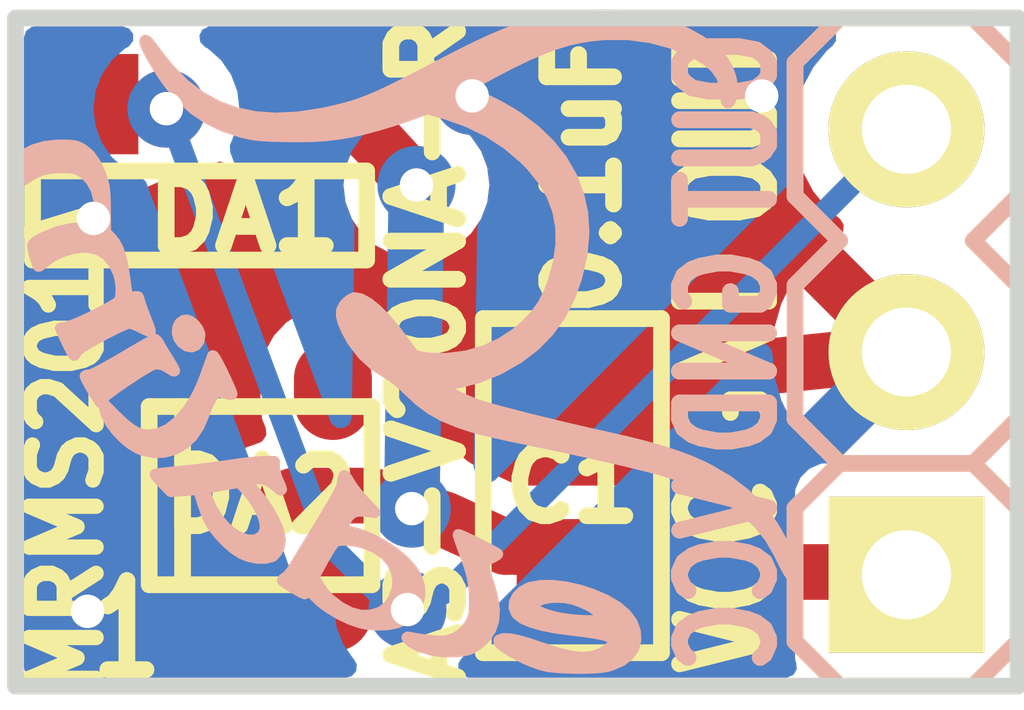
<source format=kicad_pcb>
(kicad_pcb (version 20221018) (generator pcbnew)
  (layers (0 "F.Cu" signal) (31 "B.Cu" signal) (36 "B.SilkS" user "B.Silkscreen") (37 "F.SilkS" user "F.Silkscreen") (38 "B.Mask" user) (39 "F.Mask" user) (44 "Edge.Cuts" user))
  (net 0 "")
  (net 1 "GND")
  (net 2 "/Out")
  (net 3 "/+VCC")
  (footprint "Capacitors:CAP0603" (layer "F.Cu") (at 105 54.2 90)
    (fp_text reference "C1" (at 0 0 180) (layer "F.SilkS") (effects (font (size 0.6 0.6))))
    (fp_text value "0.1uF" (at 2.8 0.1 90) (layer "F.SilkS") (effects (font (size 0.6 0.6))))
    (fp_line (start -1.5 -0.8) (end 1.5 -0.8) (stroke (width 0.15)) (layer "F.SilkS"))
    (fp_line (start -1.5 0.8) (end -1.5 -0.8) (stroke (width 0.15)) (layer "F.SilkS"))
    (fp_line (start 1.5 -0.8) (end 1.5 0.8) (stroke (width 0.15)) (layer "F.SilkS"))
    (fp_line (start 1.5 0.8) (end -1.5 0.8) (stroke (width 0.15)) (layer "F.SilkS"))
    (pad "1" smd rect (at -0.75 0 90) (size 0.9 1) (layers "F.Cu" "F.Paste" "F.Mask") (net 3 "/+VCC"))
    (pad "2" smd rect (at 0.75 0 90) (size 0.9 1) (layers "F.Cu" "F.Paste" "F.Mask") (net 1 "GND"))
  )
  (footprint "SOT:SOT23-3" (layer "F.Cu") (at 101.6528 51.774 180)
    (fp_text reference "DA1" (at -0.4 0 180) (layer "F.SilkS") (effects (font (size 0.6 0.6))))
    (fp_text value "MRMS201A" (at 1.2 -2.1 270) (layer "F.SilkS") (effects (font (size 0.6 0.55) (thickness 0.1375))))
    (fp_line (start -1.5 -0.4) (end 1.5 -0.4) (stroke (width 0.15)) (layer "F.SilkS"))
    (fp_line (start -1.5 0.4) (end -1.5 -0.4) (stroke (width 0.15)) (layer "F.SilkS"))
    (fp_line (start 1.5 -0.4) (end 1.5 0.4) (stroke (width 0.15)) (layer "F.SilkS"))
    (fp_line (start 1.5 0.4) (end -1.5 0.4) (stroke (width 0.15)) (layer "F.SilkS"))
    (pad "1" smd rect (at -0.95 1 180) (size 0.8 0.9) (layers "F.Cu" "F.Paste" "F.Mask") (net 3 "/+VCC"))
    (pad "2" smd rect (at 0.95 1 180) (size 0.8 0.9) (layers "F.Cu" "F.Paste" "F.Mask") (net 2 "/Out"))
    (pad "3" smd rect (at 0 -1 180) (size 0.8 0.9) (layers "F.Cu" "F.Paste" "F.Mask") (net 1 "GND"))
  )
  (footprint "SOT:SON4" (layer "F.Cu") (at 102.2 54.2894 90)
    (fp_text reference "DA2" (at 0 0 180) (layer "F.SilkS") (effects (font (size 0.6 0.6))))
    (fp_text value "AS-V20NA-R" (at 1.3 1.5 90) (layer "F.SilkS") (effects (font (size 0.6 0.6) (thickness 0.14986))))
    (fp_text user "1" (at -1.2 -1.2 180) (layer "F.SilkS") (effects (font (size 0.8 0.6))))
    (fp_line (start -0.8 -1) (end 0.8 -1) (stroke (width 0.15)) (layer "F.SilkS"))
    (fp_line (start -0.8 -0.7) (end 0.8 -0.7) (stroke (width 0.15)) (layer "F.SilkS"))
    (fp_line (start -0.8 1) (end -0.8 -1) (stroke (width 0.15)) (layer "F.SilkS"))
    (fp_line (start 0.8 -1) (end 0.8 1) (stroke (width 0.15)) (layer "F.SilkS"))
    (fp_line (start 0.8 1) (end -0.8 1) (stroke (width 0.15)) (layer "F.SilkS"))
    (pad "1" smd rect (at -0.95 -0.65 90) (size 0.9 0.7) (layers "F.Cu" "F.Mask") (net 3 "/+VCC"))
    (pad "2" smd oval (at -0.95 0.65 90) (size 0.9 0.7) (layers "F.Cu" "F.Mask") (net 2 "/Out"))
    (pad "3" smd oval (at 0.95 0.65 90) (size 0.9 0.7) (layers "F.Cu" "F.Mask"))
    (pad "4" smd oval (at 0.95 -0.65 90) (size 0.9 0.7) (layers "F.Cu" "F.Mask") (net 1 "GND"))
  )
  (footprint "Graphics:Eldalim_7x6_back" (layer "F.Cu") (at 103.5 52.9)
    (fp_text reference "Logo1" hide)
    (fp_text value "Eldalim" hide)
    (fp_circle (center -0.25 0) (end -0.35 0) (stroke (width 0.15)) (fill none) (layer "B.SilkS"))
    (fp_poly (pts (xy -1.844842 -0.051101) (xy -1.85455 0.002834) (xy -1.880434 0.038294) (xy -1.917638 0.053307) (xy -1.961304 0.045904) (xy -2.006292 0.014396) (xy -2.035195 -0.027838) (xy -2.047163 -0.074821) (xy -2.043436 -0.120331) (xy -2.025253 -0.158143) (xy -1.993857 -0.182036) (xy -1.966111 -0.187158) (xy -1.930467 -0.175674) (xy -1.894001 -0.146437) (xy -1.863683 -0.107269) (xy -1.846487 -0.065993) (xy -1.844842 -0.051101)) (stroke (width 0.1)) (fill solid) (layer "B.SilkS"))
    (fp_poly (pts (xy -2.072105 0.268465) (xy -2.081286 0.269726) (xy -2.10442 0.256923) (xy -2.116669 0.248107) (xy -2.173487 0.215514) (xy -2.22815 0.204071) (xy -2.274341 0.214455) (xy -2.321218 0.240817) (xy -2.378661 0.275856) (xy -2.442422 0.316667) (xy -2.50825 0.360345) (xy -2.571895 0.403983) (xy -2.62911 0.444677) (xy -2.675643 0.47952) (xy -2.707246 0.505607) (xy -2.719115 0.518572) (xy -2.737412 0.553492) (xy -2.78385 0.480615) (xy -2.816994 0.426794) (xy -2.845083 0.37783) (xy -2.865096 0.339264) (xy -2.874015 0.316635) (xy -2.874211 0.314821) (xy -2.862677 0.30943) (xy -2.838432 0.307473) (xy -2.814787 0.300473) (xy -2.771017 0.280308) (xy -2.709511 0.24823) (xy -2.632661 0.205492) (xy -2.542858 0.153347) (xy -2.532228 0.147052) (xy -2.455225 0.10172) (xy -2.385537 0.061353) (xy -2.326549 0.02786) (xy -2.281647 0.003147) (xy -2.254216 -0.010877) (xy -2.247507 -0.013369) (xy -2.232586 -0.002574) (xy -2.214251 0.024008) (xy -2.211008 0.030079) (xy -2.192863 0.062611) (xy -2.165515 0.108281) (xy -2.134478 0.157908) (xy -2.130455 0.16418) (xy -2.103162 0.208175) (xy -2.082699 0.244198) (xy -2.072598 0.265931) (xy -2.072105 0.268465)) (stroke (width 0.1)) (fill solid) (layer "B.SilkS"))
    (fp_poly (pts (xy -1.557261 0.478875) (xy -1.573032 0.479599) (xy -1.604245 0.47326) (xy -1.615702 0.470036) (xy -1.652195 0.460122) (xy -1.67838 0.454809) (xy -1.682109 0.454526) (xy -1.707992 0.46735) (xy -1.737382 0.504514) (xy -1.768978 0.564061) (xy -1.792791 0.620811) (xy -1.814557 0.675833) (xy -1.835396 0.726024) (xy -1.851578 0.762463) (xy -1.854613 0.768684) (xy -1.912334 0.856003) (xy -1.985496 0.924402) (xy -2.070343 0.972532) (xy -2.163119 0.999042) (xy -2.260068 1.002583) (xy -2.357433 0.981806) (xy -2.399632 0.96452) (xy -2.467908 0.923269) (xy -2.535229 0.867038) (xy -2.596766 0.801459) (xy -2.647689 0.732162) (xy -2.683166 0.664776) (xy -2.696872 0.618038) (xy -2.704928 0.568158) (xy -2.603365 0.670641) (xy -2.529771 0.74088) (xy -2.466891 0.791163) (xy -2.410728 0.823861) (xy -2.357288 0.841344) (xy -2.307865 0.84603) (xy -2.217092 0.832778) (xy -2.129223 0.793288) (xy -2.044862 0.72796) (xy -1.964613 0.637194) (xy -1.939033 0.601579) (xy -1.896526 0.535955) (xy -1.861135 0.472117) (xy -1.828814 0.40178) (xy -1.795517 0.31666) (xy -1.782946 0.282016) (xy -1.762844 0.225863) (xy -1.74563 0.177867) (xy -1.733614 0.144465) (xy -1.729705 0.133684) (xy -1.721573 0.13726) (xy -1.704231 0.162753) (xy -1.679189 0.207585) (xy -1.647957 0.269181) (xy -1.636467 0.292917) (xy -1.606834 0.35609) (xy -1.582537 0.410422) (xy -1.565433 0.451548) (xy -1.557382 0.475106) (xy -1.557261 0.478875)) (stroke (width 0.1)) (fill solid) (layer "B.SilkS"))
    (fp_poly (pts (xy 0.828829 1.9144) (xy 0.81771 1.924752) (xy 0.789349 1.940695) (xy 0.768684 1.950412) (xy 0.736979 1.966246) (xy 0.716526 1.983544) (xy 0.707 2.006683) (xy 0.708075 2.040043) (xy 0.719426 2.088) (xy 0.740727 2.154932) (xy 0.751186 2.185737) (xy 0.785837 2.308501) (xy 0.799919 2.415888) (xy 0.793216 2.509857) (xy 0.765513 2.592368) (xy 0.716595 2.66538) (xy 0.696104 2.687379) (xy 0.634404 2.738086) (xy 0.570975 2.770903) (xy 0.568648 2.771712) (xy 0.501117 2.786533) (xy 0.41824 2.792495) (xy 0.329869 2.789678) (xy 0.245855 2.778163) (xy 0.20721 2.768778) (xy 0.118563 2.73818) (xy 0.056041 2.705558) (xy 0.025763 2.678995) (xy 0.015548 2.664205) (xy 0.022185 2.660131) (xy 0.05007 2.664596) (xy 0.053474 2.665282) (xy 0.133325 2.679341) (xy 0.213127 2.689694) (xy 0.285582 2.695659) (xy 0.343393 2.696552) (xy 0.366624 2.694586) (xy 0.446142 2.669603) (xy 0.516349 2.621723) (xy 0.57248 2.554396) (xy 0.581526 2.539029) (xy 0.599687 2.504319) (xy 0.611314 2.474359) (xy 0.617817 2.441556) (xy 0.620604 2.398321) (xy 0.621085 2.337063) (xy 0.621046 2.326105) (xy 0.619027 2.251126) (xy 0.612673 2.183839) (xy 0.600521 2.117585) (xy 0.581113 2.045708) (xy 0.552987 1.96155) (xy 0.523537 1.881726) (xy 0.502961 1.825997) (xy 0.487044 1.780214) (xy 0.477555 1.749652) (xy 0.475845 1.739604) (xy 0.488894 1.742965) (xy 0.520456 1.756241) (xy 0.56539 1.776888) (xy 0.618553 1.802358) (xy 0.674803 1.830105) (xy 0.729 1.857584) (xy 0.776001 1.882248) (xy 0.810665 1.901551) (xy 0.827849 1.912946) (xy 0.828829 1.9144)) (stroke (width 0.1)) (fill solid) (layer "B.SilkS"))
    (fp_poly (pts (xy -1.112261 1.332343) (xy -1.117958 1.338971) (xy -1.138545 1.325659) (xy -1.168537 1.29927) (xy -1.227488 1.255499) (xy -1.285617 1.236153) (xy -1.348665 1.239739) (xy -1.372862 1.246107) (xy -1.428935 1.263315) (xy -1.353945 1.35021) (xy -1.282653 1.440226) (xy -1.22173 1.531879) (xy -1.173466 1.62078) (xy -1.140152 1.702538) (xy -1.124078 1.772762) (xy -1.122947 1.792995) (xy -1.131562 1.845821) (xy -1.154088 1.894464) (xy -1.185544 1.929366) (xy -1.197747 1.936568) (xy -1.257057 1.951442) (xy -1.257057 1.662822) (xy -1.265714 1.608935) (xy -1.290084 1.543136) (xy -1.326711 1.472147) (xy -1.372134 1.402692) (xy -1.42172 1.342731) (xy -1.490579 1.27001) (xy -1.641577 1.295117) (xy -1.702101 1.305691) (xy -1.752424 1.315444) (xy -1.786971 1.323232) (xy -1.799989 1.327638) (xy -1.80141 1.346038) (xy -1.791785 1.382631) (xy -1.772968 1.432191) (xy -1.74681 1.489492) (xy -1.732942 1.516783) (xy -1.681777 1.598296) (xy -1.621499 1.668323) (xy -1.555649 1.724646) (xy -1.487767 1.765048) (xy -1.421394 1.787312) (xy -1.360072 1.789221) (xy -1.319253 1.775816) (xy -1.280667 1.746336) (xy -1.26133 1.705843) (xy -1.257057 1.662822) (xy -1.257057 1.951442) (xy -1.257794 1.951627) (xy -1.330315 1.950873) (xy -1.406833 1.935104) (xy -1.46719 1.911241) (xy -1.531289 1.870578) (xy -1.59984 1.812776) (xy -1.665847 1.744861) (xy -1.722316 1.673856) (xy -1.753871 1.623407) (xy -1.775017 1.577889) (xy -1.798358 1.517996) (xy -1.819464 1.455261) (xy -1.823045 1.443328) (xy -1.839005 1.393251) (xy -1.853637 1.355107) (xy -1.864649 1.334568) (xy -1.867803 1.332578) (xy -1.885697 1.334665) (xy -1.923257 1.338117) (xy -1.973486 1.342305) (xy -1.992472 1.343805) (xy -2.105526 1.352611) (xy -2.178269 1.278215) (xy -2.211775 1.242545) (xy -2.235489 1.214569) (xy -2.245291 1.199234) (xy -2.245111 1.197979) (xy -2.230511 1.194875) (xy -2.193725 1.189917) (xy -2.139199 1.183623) (xy -2.071379 1.176514) (xy -2.010017 1.170539) (xy -1.912243 1.160421) (xy -1.802704 1.147618) (xy -1.693054 1.133578) (xy -1.594945 1.119746) (xy -1.569746 1.115891) (xy -1.489164 1.104201) (xy -1.409814 1.094327) (xy -1.339034 1.087072) (xy -1.284163 1.083239) (xy -1.267545 1.082842) (xy -1.176421 1.082842) (xy -1.17629 1.132973) (xy -1.170395 1.173716) (xy -1.155419 1.223967) (xy -1.142869 1.254617) (xy -1.120788 1.304612) (xy -1.112261 1.332343)) (stroke (width 0.1)) (fill solid) (layer "B.SilkS"))
    (fp_poly (pts (xy 2.069162 2.686247) (xy 2.050066 2.759719) (xy 2.007782 2.821383) (xy 1.941901 2.871617) (xy 1.852012 2.910797) (xy 1.811421 2.92288) (xy 1.763138 2.931127) (xy 1.694925 2.936611) (xy 1.613439 2.93937) (xy 1.52534 2.939445) (xy 1.437285 2.936874) (xy 1.355935 2.931699) (xy 1.287946 2.923958) (xy 1.263316 2.919613) (xy 1.205612 2.904171) (xy 1.14183 2.881233) (xy 1.075736 2.852906) (xy 1.011099 2.821297) (xy 0.951686 2.788513) (xy 0.901265 2.75666) (xy 0.863603 2.727845) (xy 0.842467 2.704176) (xy 0.841625 2.687759) (xy 0.844457 2.685381) (xy 0.881571 2.673868) (xy 0.937232 2.675286) (xy 1.012681 2.689841) (xy 1.109158 2.717737) (xy 1.174453 2.739832) (xy 1.301647 2.782621) (xy 1.408538 2.813593) (xy 1.498608 2.833139) (xy 1.575341 2.841646) (xy 1.642221 2.839504) (xy 1.702733 2.827102) (xy 1.759598 2.805188) (xy 1.807489 2.777303) (xy 1.845297 2.745238) (xy 1.868947 2.713649) (xy 1.874366 2.687195) (xy 1.870226 2.678737) (xy 1.841383 2.659719) (xy 1.804006 2.647435) (xy 1.804006 2.496613) (xy 1.793521 2.480495) (xy 1.763216 2.453702) (xy 1.754571 2.446783) (xy 1.667764 2.386792) (xy 1.576172 2.342957) (xy 1.504606 2.319037) (xy 1.438519 2.305543) (xy 1.369184 2.300992) (xy 1.301632 2.304528) (xy 1.240889 2.315291) (xy 1.191984 2.332422) (xy 1.159945 2.355064) (xy 1.149684 2.37965) (xy 1.162431 2.405383) (xy 1.198191 2.430513) (xy 1.253244 2.45402) (xy 1.32387 2.474884) (xy 1.406348 2.492083) (xy 1.496959 2.504597) (xy 1.591981 2.511404) (xy 1.633196 2.512322) (xy 1.694116 2.511981) (xy 1.746372 2.510318) (xy 1.783352 2.507623) (xy 1.796925 2.505161) (xy 1.804006 2.496613) (xy 1.804006 2.647435) (xy 1.787224 2.64192) (xy 1.707363 2.625253) (xy 1.601412 2.609633) (xy 1.521099 2.60029) (xy 1.367475 2.580313) (xy 1.23916 2.556001) (xy 1.136414 2.527432) (xy 1.059494 2.494682) (xy 1.00866 2.45783) (xy 0.996831 2.443625) (xy 0.977132 2.394931) (xy 0.980769 2.343731) (xy 1.005257 2.29445) (xy 1.048109 2.251512) (xy 1.106839 2.219344) (xy 1.126632 2.212618) (xy 1.217721 2.196502) (xy 1.325467 2.19605) (xy 1.445235 2.210751) (xy 1.572394 2.240094) (xy 1.674712 2.273173) (xy 1.800775 2.327187) (xy 1.903509 2.388413) (xy 1.982283 2.456188) (xy 2.036465 2.529852) (xy 2.065424 2.608743) (xy 2.069162 2.686247)) (stroke (width 0.1)) (fill solid) (layer "B.SilkS"))
    (fp_poly (pts (xy 0.130476 2.279364) (xy 0.112604 2.35823) (xy 0.072994 2.428289) (xy 0.013253 2.485768) (xy -0.065017 2.526891) (xy -0.065969 2.527205) (xy -0.065969 2.142104) (xy -0.083298 2.059609) (xy -0.123038 1.983185) (xy -0.183776 1.91557) (xy -0.264099 1.859503) (xy -0.35996 1.81856) (xy -0.42754 1.801488) (xy -0.498227 1.791154) (xy -0.563226 1.788318) (xy -0.613741 1.793738) (xy -0.621632 1.795978) (xy -0.639714 1.811793) (xy -0.667064 1.848741) (xy -0.701588 1.903751) (xy -0.734143 1.960843) (xy -0.819918 2.116847) (xy -0.782404 2.188498) (xy -0.750943 2.237461) (xy -0.708895 2.289039) (xy -0.677275 2.320941) (xy -0.58395 2.39254) (xy -0.490553 2.440452) (xy -0.398977 2.46427) (xy -0.31112 2.463587) (xy -0.228875 2.437996) (xy -0.20187 2.423143) (xy -0.147459 2.378299) (xy -0.104994 2.315865) (xy -0.104196 2.314346) (xy -0.072464 2.227929) (xy -0.065969 2.142104) (xy -0.065969 2.527205) (xy -0.085395 2.533617) (xy -0.164222 2.548258) (xy -0.255498 2.551409) (xy -0.347561 2.543131) (xy -0.401053 2.531984) (xy -0.494484 2.49991) (xy -0.590389 2.454466) (xy -0.682006 2.399805) (xy -0.762574 2.340076) (xy -0.825332 2.279431) (xy -0.83825 2.263564) (xy -0.860754 2.235983) (xy -0.873931 2.227797) (xy -0.883596 2.236369) (xy -0.88658 2.241627) (xy -0.898834 2.263473) (xy -0.903317 2.270494) (xy -0.915508 2.266391) (xy -0.943831 2.251713) (xy -0.981867 2.230251) (xy -1.0232 2.205801) (xy -1.061412 2.182153) (xy -1.090087 2.1631) (xy -1.10268 2.152663) (xy -1.096987 2.140124) (xy -1.077605 2.126353) (xy -1.050738 2.104296) (xy -1.022794 2.07028) (xy -1.016653 2.060839) (xy -1.002102 2.037062) (xy -0.975641 1.993849) (xy -0.93933 1.934561) (xy -0.895227 1.862559) (xy -0.845392 1.781205) (xy -0.791882 1.69386) (xy -0.77898 1.6728) (xy -0.715683 1.5688) (xy -0.665547 1.484711) (xy -0.627208 1.417998) (xy -0.599299 1.366125) (xy -0.580455 1.326558) (xy -0.56931 1.296761) (xy -0.564563 1.274783) (xy -0.558532 1.237804) (xy -0.551134 1.213793) (xy -0.548243 1.209927) (xy -0.537287 1.217365) (xy -0.518766 1.242767) (xy -0.501324 1.272354) (xy -0.475257 1.312641) (xy -0.436572 1.363332) (xy -0.391771 1.416145) (xy -0.369448 1.4404) (xy -0.274806 1.540033) (xy -0.351449 1.530457) (xy -0.416981 1.527088) (xy -0.465553 1.538457) (xy -0.50449 1.568124) (xy -0.541118 1.619646) (xy -0.543556 1.623772) (xy -0.585796 1.695847) (xy -0.530187 1.705061) (xy -0.42314 1.731547) (xy -0.313495 1.774357) (xy -0.206231 1.830262) (xy -0.106323 1.896033) (xy -0.018751 1.968443) (xy 0.051509 2.044262) (xy 0.094588 2.110309) (xy 0.125005 2.195465) (xy 0.130476 2.279364)) (stroke (width 0.1)) (fill solid) (layer "B.SilkS"))
    (fp_poly (pts (xy -2.290522 -0.084601) (xy -2.30392 -0.087759) (xy -2.334089 -0.100884) (xy -2.372324 -0.120016) (xy -2.416924 -0.141182) (xy -2.455924 -0.155727) (xy -2.477858 -0.1602) (xy -2.502202 -0.153786) (xy -2.544204 -0.136442) (xy -2.599145 -0.11069) (xy -2.662305 -0.079054) (xy -2.728963 -0.044058) (xy -2.794402 -0.008224) (xy -2.8539 0.025923) (xy -2.902739 0.055862) (xy -2.936198 0.079068) (xy -2.949088 0.091741) (xy -2.963735 0.11759) (xy -2.972114 0.129097) (xy -2.980738 0.121304) (xy -2.997534 0.093729) (xy -3.019854 0.051037) (xy -3.038634 0.011886) (xy -3.096846 -0.113632) (xy -3.049029 -0.121115) (xy -3.015638 -0.13047) (xy -2.966208 -0.149507) (xy -2.90552 -0.17585) (xy -2.838352 -0.207122) (xy -2.769485 -0.240946) (xy -2.703698 -0.274943) (xy -2.645772 -0.306738) (xy -2.600486 -0.333954) (xy -2.572621 -0.354213) (xy -2.566725 -0.36097) (xy -2.554388 -0.403947) (xy -2.551348 -0.462986) (xy -2.557192 -0.529238) (xy -2.571503 -0.593854) (xy -2.578625 -0.614948) (xy -2.623939 -0.705714) (xy -2.682873 -0.77352) (xy -2.75534 -0.818302) (xy -2.841255 -0.839996) (xy -2.883023 -0.842211) (xy -2.975202 -0.83252) (xy -3.070434 -0.805762) (xy -3.159588 -0.765409) (xy -3.233534 -0.71493) (xy -3.244984 -0.704602) (xy -3.272334 -0.681465) (xy -3.291428 -0.670461) (xy -3.295432 -0.670766) (xy -3.302356 -0.686347) (xy -3.313814 -0.720591) (xy -3.327424 -0.766334) (xy -3.328489 -0.770115) (xy -3.341536 -0.818552) (xy -3.345566 -0.850956) (xy -3.337266 -0.873876) (xy -3.313323 -0.89386) (xy -3.270426 -0.917456) (xy -3.248189 -0.928874) (xy -3.117104 -0.982765) (xy -2.984499 -1.010301) (xy -2.87414 -1.013515) (xy -2.814543 -1.011111) (xy -2.776043 -1.013806) (xy -2.754021 -1.026174) (xy -2.743856 -1.052792) (xy -2.740929 -1.098235) (xy -2.740709 -1.145684) (xy -2.749767 -1.261079) (xy -2.776996 -1.360252) (xy -2.82167 -1.441617) (xy -2.883058 -1.503589) (xy -2.914316 -1.523825) (xy -2.947481 -1.540428) (xy -2.979376 -1.550341) (xy -3.018436 -1.555064) (xy -3.073097 -1.556097) (xy -3.09479 -1.555899) (xy -3.185158 -1.550747) (xy -3.258906 -1.536071) (xy -3.325261 -1.509179) (xy -3.389981 -1.469779) (xy -3.424282 -1.447766) (xy -3.448846 -1.43496) (xy -3.456657 -1.433569) (xy -3.460447 -1.448712) (xy -3.465245 -1.483531) (xy -3.470116 -1.531038) (xy -3.470909 -1.540173) (xy -3.479436 -1.641052) (xy -3.420797 -1.674597) (xy -3.330668 -1.71838) (xy -3.239787 -1.744977) (xy -3.138536 -1.756795) (xy -3.088105 -1.757934) (xy -3.026004 -1.757166) (xy -2.982617 -1.753821) (xy -2.949941 -1.746356) (xy -2.919973 -1.733234) (xy -2.899259 -1.72159) (xy -2.836079 -1.670191) (xy -2.78215 -1.595343) (xy -2.736847 -1.496118) (xy -2.725623 -1.463842) (xy -2.712929 -1.421182) (xy -2.704099 -1.379495) (xy -2.698408 -1.332249) (xy -2.695132 -1.272912) (xy -2.693546 -1.194952) (xy -2.693337 -1.172704) (xy -2.691745 -0.975144) (xy -2.642554 -0.924768) (xy -2.607842 -0.881481) (xy -2.579454 -0.827484) (xy -2.556098 -0.758886) (xy -2.53648 -0.671795) (xy -2.519308 -0.562319) (xy -2.517453 -0.548286) (xy -2.50767 -0.476517) (xy -2.499647 -0.427646) (xy -2.492413 -0.397974) (xy -2.484998 -0.383801) (xy -2.476432 -0.381429) (xy -2.473907 -0.382284) (xy -2.427641 -0.397406) (xy -2.400422 -0.395632) (xy -2.392947 -0.380749) (xy -2.388153 -0.359155) (xy -2.375195 -0.31914) (xy -2.356207 -0.266956) (xy -2.339239 -0.22346) (xy -2.317855 -0.168646) (xy -2.301473 -0.12372) (xy -2.291946 -0.093961) (xy -2.290522 -0.084601)) (stroke (width 0.1)) (fill solid) (layer "B.SilkS"))
    (fp_poly (pts (xy 3.473824 2.083236) (xy 3.473422 2.08847) (xy 3.469487 2.105603) (xy 3.462082 2.104423) (xy 3.446918 2.082812) (xy 3.440261 2.072105) (xy 3.421534 2.038858) (xy 3.396017 1.989801) (xy 3.368077 1.933422) (xy 3.35642 1.909073) (xy 3.273874 1.765762) (xy 3.167466 1.633952) (xy 3.037607 1.513936) (xy 2.88471 1.406009) (xy 2.709189 1.310467) (xy 2.511456 1.227605) (xy 2.313087 1.163615) (xy 2.217527 1.137855) (xy 2.099116 1.108008) (xy 1.961292 1.07486) (xy 1.807494 1.039201) (xy 1.641159 1.001815) (xy 1.465726 0.963492) (xy 1.284633 0.925018) (xy 1.143 0.895683) (xy 1.009805 0.868196) (xy 0.899064 0.844758) (xy 0.806968 0.824419) (xy 0.729706 0.806231) (xy 0.663466 0.789247) (xy 0.604439 0.772518) (xy 0.548812 0.755095) (xy 0.492777 0.736031) (xy 0.472346 0.728789) (xy 0.341715 0.675093) (xy 0.228735 0.612062) (xy 0.124583 0.534097) (xy 0.037026 0.452528) (xy -0.024504 0.393981) (xy -0.0831 0.344566) (xy -0.132967 0.309027) (xy -0.150132 0.29927) (xy -0.273697 0.221943) (xy -0.381433 0.123506) (xy -0.472099 0.005256) (xy -0.528004 -0.095353) (xy -0.559559 -0.169751) (xy -0.573892 -0.228406) (xy -0.571029 -0.276006) (xy -0.550996 -0.317236) (xy -0.52939 -0.342232) (xy -0.495784 -0.369671) (xy -0.464008 -0.385809) (xy -0.4534 -0.387685) (xy -0.397009 -0.375421) (xy -0.331527 -0.339162) (xy -0.257871 -0.279706) (xy -0.176956 -0.197851) (xy -0.0897 -0.094395) (xy -0.036293 -0.024465) (xy 0.079035 0.131544) (xy 0.156491 0.147663) (xy 0.215527 0.155377) (xy 0.29279 0.158651) (xy 0.380083 0.15714) (xy 0.381 0.157099) (xy 0.54702 0.136386) (xy 0.707792 0.090414) (xy 0.860013 0.020588) (xy 1.000381 -0.071687) (xy 1.081757 -0.141201) (xy 1.169088 -0.233571) (xy 1.237972 -0.330654) (xy 1.293344 -0.440309) (xy 1.328709 -0.534737) (xy 1.375764 -0.707457) (xy 1.398232 -0.870178) (xy 1.395855 -1.023988) (xy 1.368376 -1.169973) (xy 1.315539 -1.30922) (xy 1.237087 -1.442816) (xy 1.132761 -1.571849) (xy 1.067817 -1.637872) (xy 0.913625 -1.768403) (xy 0.744734 -1.878399) (xy 0.559413 -1.968813) (xy 0.355933 -2.040597) (xy 0.315196 -2.052176) (xy 0.195918 -2.084866) (xy 0.070195 -2.037777) (xy -0.026541 -2.003734) (xy -0.136931 -1.968448) (xy -0.251692 -1.934638) (xy -0.361539 -1.905025) (xy -0.457188 -1.882328) (xy -0.468981 -1.879844) (xy -0.588292 -1.858365) (xy -0.707917 -1.843778) (xy -0.83489 -1.835569) (xy -0.976246 -1.833223) (xy -1.085697 -1.83475) (xy -1.181389 -1.837438) (xy -1.256224 -1.840776) (xy -1.31608 -1.845385) (xy -1.366838 -1.851887) (xy -1.414376 -1.860902) (xy -1.464574 -1.873052) (xy -1.475497 -1.875925) (xy -1.630889 -1.926594) (xy -1.768846 -1.992616) (xy -1.893872 -2.076953) (xy -2.010469 -2.182569) (xy -2.105509 -2.290287) (xy -2.142055 -2.33873) (xy -2.182205 -2.397258) (xy -2.223091 -2.461036) (xy -2.261849 -2.525228) (xy -2.295614 -2.584998) (xy -2.321521 -2.635508) (xy -2.336703 -2.671924) (xy -2.339474 -2.685192) (xy -2.335524 -2.698993) (xy -2.322742 -2.694648) (xy -2.299733 -2.670837) (xy -2.2651 -2.626238) (xy -2.238998 -2.590132) (xy -2.114749 -2.433455) (xy -1.981886 -2.301292) (xy -1.839697 -2.193396) (xy -1.687471 -2.109519) (xy -1.524497 -2.049415) (xy -1.350062 -2.012836) (xy -1.163457 -1.999535) (xy -0.963969 -2.009264) (xy -0.750886 -2.041776) (xy -0.695158 -2.05349) (xy -0.613989 -2.072039) (xy -0.54028 -2.090547) (xy -0.470946 -2.110303) (xy -0.402906 -2.132598) (xy -0.333075 -2.158724) (xy -0.258371 -2.18997) (xy -0.175711 -2.227628) (xy -0.082011 -2.272987) (xy 0.02581 -2.32734) (xy 0.150837 -2.391976) (xy 0.296153 -2.468186) (xy 0.298921 -2.469644) (xy 0.477885 -2.562242) (xy 0.637802 -2.641213) (xy 0.781808 -2.707854) (xy 0.913038 -2.763465) (xy 1.03463 -2.809342) (xy 1.149718 -2.846784) (xy 1.261438 -2.87709) (xy 1.311058 -2.888659) (xy 1.391097 -2.902546) (xy 1.488884 -2.913462) (xy 1.598041 -2.921244) (xy 1.712189 -2.925731) (xy 1.824949 -2.92676) (xy 1.929945 -2.924169) (xy 2.020796 -2.917795) (xy 2.086702 -2.908391) (xy 2.242574 -2.870365) (xy 2.38996 -2.821286) (xy 2.525501 -2.762871) (xy 2.645837 -2.696839) (xy 2.747608 -2.624908) (xy 2.827453 -2.548795) (xy 2.853356 -2.516388) (xy 2.895319 -2.443673) (xy 2.923942 -2.363241) (xy 2.936554 -2.284331) (xy 2.934523 -2.235583) (xy 2.925476 -2.184075) (xy 2.916143 -2.154222) (xy 2.904436 -2.141002) (xy 2.894375 -2.138948) (xy 2.882696 -2.151119) (xy 2.877582 -2.188189) (xy 2.877296 -2.20438) (xy 2.867607 -2.297314) (xy 2.837562 -2.379405) (xy 2.785695 -2.452585) (xy 2.710539 -2.518782) (xy 2.610626 -2.579926) (xy 2.580105 -2.595385) (xy 2.394032 -2.672529) (xy 2.203131 -2.724113) (xy 2.005907 -2.750374) (xy 1.800864 -2.751551) (xy 1.670702 -2.739978) (xy 1.563563 -2.723098) (xy 1.45522 -2.698081) (xy 1.342554 -2.663714) (xy 1.222446 -2.618781) (xy 1.09178 -2.562067) (xy 0.947435 -2.492359) (xy 0.786295 -2.408442) (xy 0.701842 -2.362635) (xy 0.627822 -2.322092) (xy 0.575023 -2.292528) (xy 0.54142 -2.271714) (xy 0.524989 -2.25742) (xy 0.523706 -2.247414) (xy 0.535547 -2.239466) (xy 0.558487 -2.231346) (xy 0.577207 -2.225309) (xy 0.692444 -2.180927) (xy 0.816485 -2.121702) (xy 0.93991 -2.052356) (xy 1.005501 -2.010692) (xy 1.163565 -1.89193) (xy 1.29797 -1.762188) (xy 1.408372 -1.622212) (xy 1.494424 -1.472744) (xy 1.55578 -1.314528) (xy 1.592096 -1.148309) (xy 1.603025 -0.974829) (xy 1.588221 -0.794833) (xy 1.583721 -0.767094) (xy 1.538561 -0.569309) (xy 1.474333 -0.390109) (xy 1.390598 -0.228899) (xy 1.286916 -0.085084) (xy 1.16285 0.041929) (xy 1.017958 0.152736) (xy 0.851803 0.247931) (xy 0.823797 0.261478) (xy 0.657417 0.328747) (xy 0.497035 0.370518) (xy 0.40216 0.38342) (xy 0.303005 0.391985) (xy 0.342002 0.423133) (xy 0.407373 0.466908) (xy 0.493986 0.511837) (xy 0.596609 0.555338) (xy 0.648368 0.574374) (xy 0.700669 0.591088) (xy 0.775571 0.612684) (xy 0.869567 0.638284) (xy 0.97915 0.667008) (xy 1.100812 0.697978) (xy 1.231045 0.730315) (xy 1.366344 0.763139) (xy 1.503199 0.795573) (xy 1.638103 0.826738) (xy 1.76755 0.855754) (xy 1.798053 0.86244) (xy 1.989845 0.906092) (xy 2.15838 0.948532) (xy 2.307041 0.99082) (xy 2.43921 1.03402) (xy 2.558271 1.079194) (xy 2.667605 1.127403) (xy 2.713789 1.149995) (xy 2.892416 1.253455) (xy 3.049647 1.372882) (xy 3.185438 1.508233) (xy 3.29974 1.65946) (xy 3.378779 1.798052) (xy 3.407982 1.862114) (xy 3.434166 1.929041) (xy 3.455253 1.992455) (xy 3.469165 2.045979) (xy 3.473824 2.083236)) (stroke (width 0.1)) (fill solid) (layer "B.SilkS"))
  )
  (footprint "Connectors:for_SENS_PLS2-3" (layer "F.Cu") (at 108 55 90)
    (fp_text reference "XP1" hide)
    (fp_text value "Out" hide)
    (fp_text user "VCC" (at 0 -1.6 90) (layer "F.SilkS") (effects (font (size 0.8 0.6))))
    (fp_text user "GND" (at 2 -1.6 90) (layer "F.SilkS") (effects (font (size 0.8 0.6))))
    (fp_text user "OUT" (at 4 -1.6 90) (layer "F.SilkS") (effects (font (size 0.8 0.6))))
    (fp_line (start -1 -0.6) (end -0.6 -1) (stroke (width 0.15)) (layer "B.SilkS"))
    (fp_line (start -1 0.6) (end -1 -0.6) (stroke (width 0.15)) (layer "B.SilkS"))
    (fp_line (start -0.6 -1) (end 0.6 -1) (stroke (width 0.15)) (layer "B.SilkS"))
    (fp_line (start -0.6 1) (end -1 0.6) (stroke (width 0.15)) (layer "B.SilkS"))
    (fp_line (start 0.6 -1) (end 1 -0.6) (stroke (width 0.15)) (layer "B.SilkS"))
    (fp_line (start 0.6 1) (end -0.6 1) (stroke (width 0.15)) (layer "B.SilkS"))
    (fp_line (start 1 -0.6) (end 1 0.6) (stroke (width 0.15)) (layer "B.SilkS"))
    (fp_line (start 1 -0.6) (end 1.4 -1) (stroke (width 0.15)) (layer "B.SilkS"))
    (fp_line (start 1 0.6) (end 0.6 1) (stroke (width 0.15)) (layer "B.SilkS"))
    (fp_line (start 1.4 -1) (end 2.6 -1) (stroke (width 0.15)) (layer "B.SilkS"))
    (fp_line (start 1.4 1) (end 1 0.6) (stroke (width 0.15)) (layer "B.SilkS"))
    (fp_line (start 2.6 -1) (end 3 -0.6) (stroke (width 0.15)) (layer "B.SilkS"))
    (fp_line (start 2.6 1) (end 1.4 1) (stroke (width 0.15)) (layer "B.SilkS"))
    (fp_line (start 3 -0.6) (end 3.4 -1) (stroke (width 0.15)) (layer "B.SilkS"))
    (fp_line (start 3 0.6) (end 2.6 1) (stroke (width 0.15)) (layer "B.SilkS"))
    (fp_line (start 3.4 -1) (end 4.6 -1) (stroke (width 0.15)) (layer "B.SilkS"))
    (fp_line (start 3.4 1) (end 3 0.6) (stroke (width 0.15)) (layer "B.SilkS"))
    (fp_line (start 4.6 -1) (end 5 -0.6) (stroke (width 0.15)) (layer "B.SilkS"))
    (fp_line (start 4.6 1) (end 3.4 1) (stroke (width 0.15)) (layer "B.SilkS"))
    (fp_line (start 5 -0.6) (end 5 0.6) (stroke (width 0.15)) (layer "B.SilkS"))
    (fp_line (start 5 0.6) (end 4.6 1) (stroke (width 0.15)) (layer "B.SilkS"))
    (fp_line (start -1 -0.6) (end -0.6 -1) (stroke (width 0.15)) (layer "F.SilkS"))
    (fp_line (start -1 0.6) (end -1 -0.6) (stroke (width 0.15)) (layer "F.SilkS"))
    (fp_line (start -0.6 -1) (end 0.6 -1) (stroke (width 0.15)) (layer "F.SilkS"))
    (fp_line (start -0.6 1) (end -1 0.6) (stroke (width 0.15)) (layer "F.SilkS"))
    (fp_line (start 0.6 1) (end -0.6 1) (stroke (width 0.15)) (layer "F.SilkS"))
    (fp_line (start 1 -0.6) (end 0.6 -1) (stroke (width 0.15)) (layer "F.SilkS"))
    (fp_line (start 1 -0.6) (end 1.4 -1) (stroke (width 0.15)) (layer "F.SilkS"))
    (fp_line (start 1 0.6) (end 0.6 1) (stroke (width 0.15)) (layer "F.SilkS"))
    (fp_line (start 1 0.6) (end 1 -0.6) (stroke (width 0.15)) (layer "F.SilkS"))
    (fp_line (start 1.4 -1) (end 2.6 -1) (stroke (width 0.15)) (layer "F.SilkS"))
    (fp_line (start 1.4 1) (end 1 0.6) (stroke (width 0.15)) (layer "F.SilkS"))
    (fp_line (start 2.6 -1) (end 3 -0.6) (stroke (width 0.15)) (layer "F.SilkS"))
    (fp_line (start 2.6 1) (end 1.4 1) (stroke (width 0.15)) (layer "F.SilkS"))
    (fp_line (start 3 -0.6) (end 3.4 -1) (stroke (width 0.15)) (layer "F.SilkS"))
    (fp_line (start 3 0.6) (end 2.6 1) (stroke (width 0.15)) (layer "F.SilkS"))
    (fp_line (start 3.4 -1) (end 4.6 -1) (stroke (width 0.15)) (layer "F.SilkS"))
    (fp_line (start 3.4 1) (end 3 0.6) (stroke (width 0.15)) (layer "F.SilkS"))
    (fp_line (start 4.6 -1) (end 5 -0.6) (stroke (width 0.15)) (layer "F.SilkS"))
    (fp_line (start 4.6 1) (end 3.4 1) (stroke (width 0.15)) (layer "F.SilkS"))
    (fp_line (start 5 -0.6) (end 5 0.6) (stroke (width 0.15)) (layer "F.SilkS"))
    (fp_line (start 5 0.6) (end 4.6 1) (stroke (width 0.15)) (layer "F.SilkS"))
    (pad "1" thru_hole rect (at 0 0 90) (size 1.4 1.4) (drill 0.8) (layers "*.Cu" "*.Mask" "F.SilkS") (net 3 "/+VCC"))
    (pad "2" thru_hole circle (at 2 0 90) (size 1.4 1.4) (drill 0.8) (layers "*.Cu" "*.Mask" "F.SilkS") (net 1 "GND"))
    (pad "3" thru_hole circle (at 4 0 90) (size 1.4 1.4) (drill 0.8) (layers "*.Cu" "*.Mask" "F.SilkS") (net 2 "/Out"))
  )
  (gr_line (start 100 56) (end 109 56) (stroke (width 0.15)) (layer "Edge.Cuts"))
  (gr_line (start 100 50) (end 109 50) (stroke (width 0.15)) (layer "Edge.Cuts"))
  (gr_line (start 109 56) (end 109 50) (stroke (width 0.15)) (layer "Edge.Cuts"))
  (gr_line (start 100 56) (end 100 50) (stroke (width 0.15)) (layer "Edge.Cuts"))
  (gr_text "OUT" (at 106.4 51 90) (layer "B.SilkS") (effects (font (size 0.8 0.6)) (justify mirror)))
  (gr_text "GND" (at 106.4 53 90) (layer "B.SilkS") (effects (font (size 0.8 0.6)) (justify mirror)))
  (gr_text "VCC" (at 106.4 55 90) (layer "B.SilkS") (effects (font (size 0.8 0.6)) (justify mirror)))
  (segment (start 105 53.45) (end 105.25 53.25) (width 0.5) (layer "F.Cu") (net 1))
  (segment (start 105.25 53.25) (end 105.5 53.25) (width 0.5) (layer "F.Cu") (net 1))
  (segment (start 101.9492 52.074) (end 101.8028 52.2204) (width 0.5) (layer "F.Cu") (net 1))
  (segment (start 105.5 53.25) (end 105.6036 53.25) (width 0.5) (layer "F.Cu") (net 1))
  (segment (start 101.5028 52.574) (end 101.2528 52.574) (width 0.5) (layer "F.Cu") (net 1))
  (segment (start 102.2599 52.074) (end 102.1564 52.074) (width 0.5) (layer "F.Cu") (net 1))
  (segment (start 101.6528 52.774) (end 101.55 52.974) (width 0.5) (layer "F.Cu") (net 1))
  (segment (start 102.1564 52.074) (end 101.9492 52.074) (width 0.5) (layer "F.Cu") (net 1))
  (segment (start 101.55 52.974) (end 101.55 53.224) (width 0.5) (layer "F.Cu") (net 1))
  (segment (start 101.6528 52.774) (end 101.5028 52.574) (width 0.5) (layer "F.Cu") (net 1))
  (segment (start 105.6036 53.25) (end 108 53) (width 0.5) (layer "F.Cu") (net 1))
  (segment (start 101.8028 52.2204) (end 101.8028 52.324) (width 0.5) (layer "F.Cu") (net 1))
  (segment (start 105.25 53.25) (end 105.25 53) (width 0.5) (layer "F.Cu") (net 1))
  (segment (start 105 53.45) (end 104.75 53.25) (width 0.5) (layer "F.Cu") (net 1))
  (segment (start 104.6036 52.75) (end 103.2355 52.3801) (width 0.5) (layer "F.Cu") (net 1))
  (segment (start 101.8028 52.324) (end 101.8028 52.574) (width 0.5) (layer "F.Cu") (net 1))
  (segment (start 101.8028 52.574) (end 101.6528 52.774) (width 0.5) (layer "F.Cu") (net 1))
  (segment (start 103.2145 52.3593) (end 102.2599 52.074) (width 0.5) (layer "F.Cu") (net 1))
  (segment (start 104.75 53.25) (end 104.75 53) (width 0.5) (layer "F.Cu") (net 1))
  (segment (start 103.2355 52.3801) (end 103.2145 52.3593) (width 0.5) (layer "F.Cu") (net 1))
  (segment (start 105.25 52.8964) (end 106.7 50.7) (width 0.5) (layer "F.Cu") (net 1))
  (segment (start 105.25 53) (end 105.25 52.8964) (width 0.5) (layer "F.Cu") (net 1))
  (segment (start 105 53.45) (end 105.25 53.25) (width 0.5) (layer "F.Cu") (net 1))
  (segment (start 101.0028 52.4276) (end 100.7 51.8) (width 0.5) (layer "F.Cu") (net 1))
  (segment (start 101.2528 52.574) (end 101.1492 52.574) (width 0.5) (layer "F.Cu") (net 1))
  (segment (start 104.75 53) (end 104.75 52.8964) (width 0.5) (layer "F.Cu") (net 1))
  (segment (start 104.75 52.8964) (end 104.6036 52.75) (width 0.5) (layer "F.Cu") (net 1))
  (segment (start 101.1492 52.574) (end 101.0028 52.4276) (width 0.5) (layer "F.Cu") (net 1))
  (segment (start 101.55 53.2394) (end 101.55 53.3394) (width 0.5) (layer "F.Cu") (net 1))
  (segment (start 101.55 53.224) (end 101.55 53.2394) (width 0.5) (layer "F.Cu") (net 1))
  (via (at 100.6472 55.3283) (size 0.7) (drill 0.3) (layers "F.Cu" "B.Cu") (net 1))
  (via (at 106.7 50.7) (size 0.7) (drill 0.3) (layers "F.Cu" "B.Cu") (net 1))
  (via (at 100.7 51.8) (size 0.7) (drill 0.3) (layers "F.Cu" "B.Cu") (net 1))
  (via (at 104.1 50.7) (size 0.7) (drill 0.3) (layers "F.Cu" "B.Cu") (net 1))
  (segment (start 100.7 51.8) (end 100.6472 55.3283) (width 0.5) (layer "B.Cu") (net 1))
  (segment (start 106.7 50.7) (end 104.1 50.7) (width 0.5) (layer "B.Cu") (net 1))
  (segment (start 102.85 55.2394) (end 102.85 55.3124) (width 0.2) (layer "F.Cu") (net 2))
  (segment (start 101.0028 50.8146) (end 100.7028 50.774) (width 0.2) (layer "F.Cu") (net 2))
  (segment (start 101.3548 50.8146) (end 101.1028 50.8146) (width 0.2) (layer "F.Cu") (net 2))
  (segment (start 101.1028 50.8146) (end 101.0028 50.8146) (width 0.2) (layer "F.Cu") (net 2))
  (segment (start 102.85 55.3124) (end 103.5192 55.3124) (width 0.2) (layer "F.Cu") (net 2))
  (via (at 103.5192 55.3124) (size 0.7) (drill 0.3) (layers "F.Cu" "B.Cu") (net 2))
  (via (at 101.3548 50.8146) (size 0.7) (drill 0.3) (layers "F.Cu" "B.Cu") (net 2))
  (segment (start 103.5192 55.3124) (end 103.8684 55.1562) (width 0.2) (layer "B.Cu") (net 2))
  (segment (start 103.247 55.1562) (end 103.5192 55.3124) (width 0.2) (layer "B.Cu") (net 2))
  (segment (start 104.3078 54.7168) (end 108 51) (width 0.2) (layer "B.Cu") (net 2))
  (segment (start 102.8076 54.7168) (end 103.247 55.1562) (width 0.2) (layer "B.Cu") (net 2))
  (segment (start 101.3548 50.8146) (end 102.8076 54.7168) (width 0.2) (layer "B.Cu") (net 2))
  (segment (start 103.8684 55.1562) (end 104.3078 54.7168) (width 0.2) (layer "B.Cu") (net 2))
  (segment (start 101.65 55.0394) (end 101.55 55.2394) (width 0.5) (layer "F.Cu") (net 3))
  (segment (start 103.2528 51.1204) (end 103.1064 50.974) (width 0.5) (layer "F.Cu") (net 3))
  (segment (start 104.3964 54.75) (end 103.8543 54.5034) (width 0.5) (layer "F.Cu") (net 3))
  (segment (start 107.3 54.975) (end 107.55 54.975) (width 0.5) (layer "F.Cu") (net 3))
  (segment (start 103.5577 54.4061) (end 103.2021 54.2894) (width 0.5) (layer "F.Cu") (net 3))
  (segment (start 107.55 54.975) (end 108 55) (width 0.5) (layer "F.Cu") (net 3))
  (segment (start 105.5 54.975) (end 107.3 54.975) (width 0.5) (layer "F.Cu") (net 3))
  (segment (start 101.7964 54.5394) (end 101.65 54.6858) (width 0.5) (layer "F.Cu") (net 3))
  (segment (start 103.0028 50.974) (end 102.7528 50.974) (width 0.5) (layer "F.Cu") (net 3))
  (segment (start 105 54.95) (end 105.25 54.975) (width 0.5) (layer "F.Cu") (net 3))
  (segment (start 103.1064 50.974) (end 103.0028 50.974) (width 0.5) (layer "F.Cu") (net 3))
  (segment (start 105 54.95) (end 104.75 54.75) (width 0.5) (layer "F.Cu") (net 3))
  (segment (start 103.8543 54.5034) (end 103.5577 54.4061) (width 0.5) (layer "F.Cu") (net 3))
  (segment (start 104.75 54.75) (end 104.5 54.75) (width 0.5) (layer "F.Cu") (net 3))
  (segment (start 102.7528 50.974) (end 102.6028 50.774) (width 0.5) (layer "F.Cu") (net 3))
  (segment (start 103.6 51.5) (end 103.2528 51.1204) (width 0.5) (layer "F.Cu") (net 3))
  (segment (start 105.25 54.975) (end 105.5 54.975) (width 0.5) (layer "F.Cu") (net 3))
  (segment (start 104.5 54.75) (end 104.3964 54.75) (width 0.5) (layer "F.Cu") (net 3))
  (segment (start 101.65 54.7894) (end 101.65 55.0394) (width 0.5) (layer "F.Cu") (net 3))
  (segment (start 103.2021 54.2894) (end 102.4979 54.2894) (width 0.5) (layer "F.Cu") (net 3))
  (segment (start 101.65 54.6858) (end 101.65 54.7894) (width 0.5) (layer "F.Cu") (net 3))
  (segment (start 102.4979 54.2894) (end 101.7964 54.5394) (width 0.5) (layer "F.Cu") (net 3))
  (via (at 103.5577 54.4061) (size 0.7) (drill 0.3) (layers "F.Cu" "B.Cu") (net 3))
  (via (at 103.6 51.5) (size 0.7) (drill 0.3) (layers "F.Cu" "B.Cu") (net 3))
  (segment (start 103.5577 54.4061) (end 103.6 51.5) (width 0.5) (layer "B.Cu") (net 3))
  (zone (net 1) (net_name "GND") (layers "F&B.Cu") (connect_pads yes (clearance 0.3)) (min_thickness 0.2) (fill yes (thermal_gap 0.5) (thermal_bridge_width 0.5))
    (polygon (pts (xy 109 50) (xy 109 56) (xy 100 56) (xy 100 50)))
  )
)
</source>
